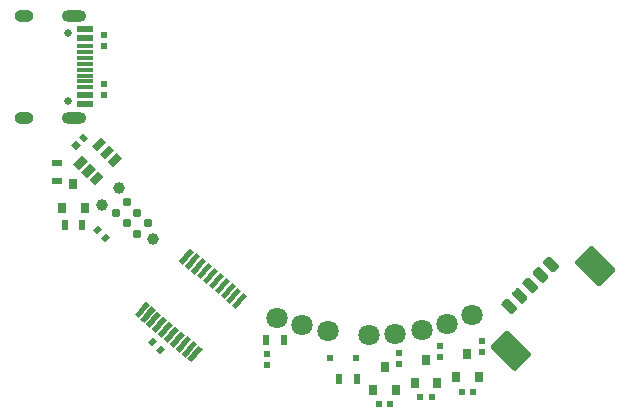
<source format=gbs>
G04 #@! TF.GenerationSoftware,KiCad,Pcbnew,5.1.5+dfsg1-2build2*
G04 #@! TF.CreationDate,2020-08-20T20:04:08+02:00*
G04 #@! TF.ProjectId,lensmount-v1,6c656e73-6d6f-4756-9e74-2d76312e6b69,rev?*
G04 #@! TF.SameCoordinates,Original*
G04 #@! TF.FileFunction,Soldermask,Bot*
G04 #@! TF.FilePolarity,Negative*
%FSLAX46Y46*%
G04 Gerber Fmt 4.6, Leading zero omitted, Abs format (unit mm)*
G04 Created by KiCad (PCBNEW 5.1.5+dfsg1-2build2) date 2020-08-20 20:04:08*
%MOMM*%
%LPD*%
G04 APERTURE LIST*
%ADD10C,0.100000*%
%ADD11R,0.800000X0.900000*%
%ADD12R,0.600000X0.500000*%
%ADD13R,0.500000X0.600000*%
%ADD14C,0.985520*%
%ADD15C,0.988060*%
%ADD16C,0.784860*%
%ADD17R,0.500000X0.500000*%
%ADD18R,0.600000X0.900000*%
%ADD19R,0.900000X0.600000*%
%ADD20R,1.450000X0.600000*%
%ADD21O,2.100000X1.000000*%
%ADD22O,1.600000X1.000000*%
%ADD23C,0.650000*%
%ADD24R,1.450000X0.300000*%
%ADD25C,1.800000*%
G04 APERTURE END LIST*
D10*
G36*
X76067140Y-107773241D02*
G01*
X76526759Y-108232860D01*
X75777226Y-108982393D01*
X75317607Y-108522774D01*
X76067140Y-107773241D01*
G37*
G36*
X75395388Y-107101490D02*
G01*
X75855007Y-107561109D01*
X75105474Y-108310642D01*
X74645855Y-107851023D01*
X75395388Y-107101490D01*
G37*
G36*
X76738891Y-108444993D02*
G01*
X77198510Y-108904612D01*
X76448977Y-109654145D01*
X75989358Y-109194526D01*
X76738891Y-108444993D01*
G37*
G36*
X78294526Y-106889358D02*
G01*
X78754145Y-107348977D01*
X78004612Y-108098510D01*
X77544993Y-107638891D01*
X78294526Y-106889358D01*
G37*
G36*
X77622774Y-106217607D02*
G01*
X78082393Y-106677226D01*
X77332860Y-107426759D01*
X76873241Y-106967140D01*
X77622774Y-106217607D01*
G37*
G36*
X76951023Y-105545855D02*
G01*
X77410642Y-106005474D01*
X76661109Y-106755007D01*
X76201490Y-106295388D01*
X76951023Y-105545855D01*
G37*
D11*
X74646447Y-109570711D03*
X73696447Y-111570711D03*
X75596447Y-111570711D03*
D12*
X91000000Y-124870000D03*
X91000000Y-123930000D03*
X109200000Y-122830000D03*
X109200000Y-123770000D03*
X102200000Y-123830000D03*
X102200000Y-124770000D03*
X105700000Y-123230000D03*
X105700000Y-124170000D03*
D13*
X107530000Y-127100000D03*
X108470000Y-127100000D03*
X100530000Y-128200000D03*
X101470000Y-128200000D03*
X104030000Y-127600000D03*
X104970000Y-127600000D03*
D12*
X77200000Y-97870000D03*
X77200000Y-96930000D03*
X77200000Y-101030000D03*
X77200000Y-101970000D03*
D11*
X108000000Y-123900000D03*
X107050000Y-125900000D03*
X108950000Y-125900000D03*
X101000000Y-125000000D03*
X100050000Y-127000000D03*
X101950000Y-127000000D03*
X104500000Y-124400000D03*
X103550000Y-126400000D03*
X105450000Y-126400000D03*
D14*
X77085528Y-111322369D03*
X78522369Y-109885528D03*
D15*
X81396051Y-114196051D03*
D16*
X79150987Y-111052962D03*
X78252962Y-111950987D03*
X80049013Y-111950987D03*
X79150987Y-112849013D03*
X80947038Y-112849013D03*
X80049013Y-113747038D03*
D10*
G36*
X111396077Y-121933184D02*
G01*
X111420346Y-121936784D01*
X111444144Y-121942745D01*
X111467244Y-121951010D01*
X111489422Y-121961500D01*
X111510466Y-121974113D01*
X111530171Y-121988727D01*
X111548350Y-122005203D01*
X113316117Y-123772970D01*
X113332593Y-123791149D01*
X113347207Y-123810854D01*
X113359820Y-123831898D01*
X113370310Y-123854076D01*
X113378575Y-123877176D01*
X113384536Y-123900974D01*
X113388136Y-123925243D01*
X113389340Y-123949747D01*
X113388136Y-123974251D01*
X113384536Y-123998520D01*
X113378575Y-124022318D01*
X113370310Y-124045418D01*
X113359820Y-124067596D01*
X113347207Y-124088640D01*
X113332593Y-124108345D01*
X113316117Y-124126524D01*
X112184746Y-125257895D01*
X112166567Y-125274371D01*
X112146862Y-125288985D01*
X112125818Y-125301598D01*
X112103640Y-125312088D01*
X112080540Y-125320353D01*
X112056742Y-125326314D01*
X112032473Y-125329914D01*
X112007969Y-125331118D01*
X111983465Y-125329914D01*
X111959196Y-125326314D01*
X111935398Y-125320353D01*
X111912298Y-125312088D01*
X111890120Y-125301598D01*
X111869076Y-125288985D01*
X111849371Y-125274371D01*
X111831192Y-125257895D01*
X110063425Y-123490128D01*
X110046949Y-123471949D01*
X110032335Y-123452244D01*
X110019722Y-123431200D01*
X110009232Y-123409022D01*
X110000967Y-123385922D01*
X109995006Y-123362124D01*
X109991406Y-123337855D01*
X109990202Y-123313351D01*
X109991406Y-123288847D01*
X109995006Y-123264578D01*
X110000967Y-123240780D01*
X110009232Y-123217680D01*
X110019722Y-123195502D01*
X110032335Y-123174458D01*
X110046949Y-123154753D01*
X110063425Y-123136574D01*
X111194796Y-122005203D01*
X111212975Y-121988727D01*
X111232680Y-121974113D01*
X111253724Y-121961500D01*
X111275902Y-121951010D01*
X111299002Y-121942745D01*
X111322800Y-121936784D01*
X111347069Y-121933184D01*
X111371573Y-121931980D01*
X111396077Y-121933184D01*
G37*
G36*
X118537855Y-114791406D02*
G01*
X118562124Y-114795006D01*
X118585922Y-114800967D01*
X118609022Y-114809232D01*
X118631200Y-114819722D01*
X118652244Y-114832335D01*
X118671949Y-114846949D01*
X118690128Y-114863425D01*
X120457895Y-116631192D01*
X120474371Y-116649371D01*
X120488985Y-116669076D01*
X120501598Y-116690120D01*
X120512088Y-116712298D01*
X120520353Y-116735398D01*
X120526314Y-116759196D01*
X120529914Y-116783465D01*
X120531118Y-116807969D01*
X120529914Y-116832473D01*
X120526314Y-116856742D01*
X120520353Y-116880540D01*
X120512088Y-116903640D01*
X120501598Y-116925818D01*
X120488985Y-116946862D01*
X120474371Y-116966567D01*
X120457895Y-116984746D01*
X119326524Y-118116117D01*
X119308345Y-118132593D01*
X119288640Y-118147207D01*
X119267596Y-118159820D01*
X119245418Y-118170310D01*
X119222318Y-118178575D01*
X119198520Y-118184536D01*
X119174251Y-118188136D01*
X119149747Y-118189340D01*
X119125243Y-118188136D01*
X119100974Y-118184536D01*
X119077176Y-118178575D01*
X119054076Y-118170310D01*
X119031898Y-118159820D01*
X119010854Y-118147207D01*
X118991149Y-118132593D01*
X118972970Y-118116117D01*
X117205203Y-116348350D01*
X117188727Y-116330171D01*
X117174113Y-116310466D01*
X117161500Y-116289422D01*
X117151010Y-116267244D01*
X117142745Y-116244144D01*
X117136784Y-116220346D01*
X117133184Y-116196077D01*
X117131980Y-116171573D01*
X117133184Y-116147069D01*
X117136784Y-116122800D01*
X117142745Y-116099002D01*
X117151010Y-116075902D01*
X117161500Y-116053724D01*
X117174113Y-116032680D01*
X117188727Y-116012975D01*
X117205203Y-115994796D01*
X118336574Y-114863425D01*
X118354753Y-114846949D01*
X118374458Y-114832335D01*
X118395502Y-114819722D01*
X118417680Y-114809232D01*
X118440780Y-114800967D01*
X118464578Y-114795006D01*
X118488847Y-114791406D01*
X118513351Y-114790202D01*
X118537855Y-114791406D01*
G37*
G36*
X111391176Y-119225227D02*
G01*
X111410591Y-119228107D01*
X111429630Y-119232876D01*
X111448110Y-119239488D01*
X111465852Y-119247880D01*
X111482687Y-119257970D01*
X111498452Y-119269662D01*
X111512994Y-119282843D01*
X112149390Y-119919239D01*
X112162571Y-119933781D01*
X112174263Y-119949546D01*
X112184353Y-119966381D01*
X112192745Y-119984123D01*
X112199357Y-120002603D01*
X112204126Y-120021642D01*
X112207006Y-120041057D01*
X112207969Y-120060660D01*
X112207006Y-120080263D01*
X112204126Y-120099678D01*
X112199357Y-120118717D01*
X112192745Y-120137197D01*
X112184353Y-120154939D01*
X112174263Y-120171774D01*
X112162571Y-120187539D01*
X112149390Y-120202081D01*
X111866548Y-120484923D01*
X111852006Y-120498104D01*
X111836241Y-120509796D01*
X111819406Y-120519886D01*
X111801664Y-120528278D01*
X111783184Y-120534890D01*
X111764145Y-120539659D01*
X111744730Y-120542539D01*
X111725127Y-120543502D01*
X111705524Y-120542539D01*
X111686109Y-120539659D01*
X111667070Y-120534890D01*
X111648590Y-120528278D01*
X111630848Y-120519886D01*
X111614013Y-120509796D01*
X111598248Y-120498104D01*
X111583706Y-120484923D01*
X110947310Y-119848527D01*
X110934129Y-119833985D01*
X110922437Y-119818220D01*
X110912347Y-119801385D01*
X110903955Y-119783643D01*
X110897343Y-119765163D01*
X110892574Y-119746124D01*
X110889694Y-119726709D01*
X110888731Y-119707106D01*
X110889694Y-119687503D01*
X110892574Y-119668088D01*
X110897343Y-119649049D01*
X110903955Y-119630569D01*
X110912347Y-119612827D01*
X110922437Y-119595992D01*
X110934129Y-119580227D01*
X110947310Y-119565685D01*
X111230152Y-119282843D01*
X111244694Y-119269662D01*
X111260459Y-119257970D01*
X111277294Y-119247880D01*
X111295036Y-119239488D01*
X111313516Y-119232876D01*
X111332555Y-119228107D01*
X111351970Y-119225227D01*
X111371573Y-119224264D01*
X111391176Y-119225227D01*
G37*
G36*
X112275059Y-118341344D02*
G01*
X112294474Y-118344224D01*
X112313513Y-118348993D01*
X112331993Y-118355605D01*
X112349735Y-118363997D01*
X112366570Y-118374087D01*
X112382335Y-118385779D01*
X112396877Y-118398960D01*
X113033273Y-119035356D01*
X113046454Y-119049898D01*
X113058146Y-119065663D01*
X113068236Y-119082498D01*
X113076628Y-119100240D01*
X113083240Y-119118720D01*
X113088009Y-119137759D01*
X113090889Y-119157174D01*
X113091852Y-119176777D01*
X113090889Y-119196380D01*
X113088009Y-119215795D01*
X113083240Y-119234834D01*
X113076628Y-119253314D01*
X113068236Y-119271056D01*
X113058146Y-119287891D01*
X113046454Y-119303656D01*
X113033273Y-119318198D01*
X112750431Y-119601040D01*
X112735889Y-119614221D01*
X112720124Y-119625913D01*
X112703289Y-119636003D01*
X112685547Y-119644395D01*
X112667067Y-119651007D01*
X112648028Y-119655776D01*
X112628613Y-119658656D01*
X112609010Y-119659619D01*
X112589407Y-119658656D01*
X112569992Y-119655776D01*
X112550953Y-119651007D01*
X112532473Y-119644395D01*
X112514731Y-119636003D01*
X112497896Y-119625913D01*
X112482131Y-119614221D01*
X112467589Y-119601040D01*
X111831193Y-118964644D01*
X111818012Y-118950102D01*
X111806320Y-118934337D01*
X111796230Y-118917502D01*
X111787838Y-118899760D01*
X111781226Y-118881280D01*
X111776457Y-118862241D01*
X111773577Y-118842826D01*
X111772614Y-118823223D01*
X111773577Y-118803620D01*
X111776457Y-118784205D01*
X111781226Y-118765166D01*
X111787838Y-118746686D01*
X111796230Y-118728944D01*
X111806320Y-118712109D01*
X111818012Y-118696344D01*
X111831193Y-118681802D01*
X112114035Y-118398960D01*
X112128577Y-118385779D01*
X112144342Y-118374087D01*
X112161177Y-118363997D01*
X112178919Y-118355605D01*
X112197399Y-118348993D01*
X112216438Y-118344224D01*
X112235853Y-118341344D01*
X112255456Y-118340381D01*
X112275059Y-118341344D01*
G37*
G36*
X113158943Y-117457461D02*
G01*
X113178358Y-117460341D01*
X113197397Y-117465110D01*
X113215877Y-117471722D01*
X113233619Y-117480114D01*
X113250454Y-117490204D01*
X113266219Y-117501896D01*
X113280761Y-117515077D01*
X113917157Y-118151473D01*
X113930338Y-118166015D01*
X113942030Y-118181780D01*
X113952120Y-118198615D01*
X113960512Y-118216357D01*
X113967124Y-118234837D01*
X113971893Y-118253876D01*
X113974773Y-118273291D01*
X113975736Y-118292894D01*
X113974773Y-118312497D01*
X113971893Y-118331912D01*
X113967124Y-118350951D01*
X113960512Y-118369431D01*
X113952120Y-118387173D01*
X113942030Y-118404008D01*
X113930338Y-118419773D01*
X113917157Y-118434315D01*
X113634315Y-118717157D01*
X113619773Y-118730338D01*
X113604008Y-118742030D01*
X113587173Y-118752120D01*
X113569431Y-118760512D01*
X113550951Y-118767124D01*
X113531912Y-118771893D01*
X113512497Y-118774773D01*
X113492894Y-118775736D01*
X113473291Y-118774773D01*
X113453876Y-118771893D01*
X113434837Y-118767124D01*
X113416357Y-118760512D01*
X113398615Y-118752120D01*
X113381780Y-118742030D01*
X113366015Y-118730338D01*
X113351473Y-118717157D01*
X112715077Y-118080761D01*
X112701896Y-118066219D01*
X112690204Y-118050454D01*
X112680114Y-118033619D01*
X112671722Y-118015877D01*
X112665110Y-117997397D01*
X112660341Y-117978358D01*
X112657461Y-117958943D01*
X112656498Y-117939340D01*
X112657461Y-117919737D01*
X112660341Y-117900322D01*
X112665110Y-117881283D01*
X112671722Y-117862803D01*
X112680114Y-117845061D01*
X112690204Y-117828226D01*
X112701896Y-117812461D01*
X112715077Y-117797919D01*
X112997919Y-117515077D01*
X113012461Y-117501896D01*
X113028226Y-117490204D01*
X113045061Y-117480114D01*
X113062803Y-117471722D01*
X113081283Y-117465110D01*
X113100322Y-117460341D01*
X113119737Y-117457461D01*
X113139340Y-117456498D01*
X113158943Y-117457461D01*
G37*
G36*
X114042826Y-116573577D02*
G01*
X114062241Y-116576457D01*
X114081280Y-116581226D01*
X114099760Y-116587838D01*
X114117502Y-116596230D01*
X114134337Y-116606320D01*
X114150102Y-116618012D01*
X114164644Y-116631193D01*
X114801040Y-117267589D01*
X114814221Y-117282131D01*
X114825913Y-117297896D01*
X114836003Y-117314731D01*
X114844395Y-117332473D01*
X114851007Y-117350953D01*
X114855776Y-117369992D01*
X114858656Y-117389407D01*
X114859619Y-117409010D01*
X114858656Y-117428613D01*
X114855776Y-117448028D01*
X114851007Y-117467067D01*
X114844395Y-117485547D01*
X114836003Y-117503289D01*
X114825913Y-117520124D01*
X114814221Y-117535889D01*
X114801040Y-117550431D01*
X114518198Y-117833273D01*
X114503656Y-117846454D01*
X114487891Y-117858146D01*
X114471056Y-117868236D01*
X114453314Y-117876628D01*
X114434834Y-117883240D01*
X114415795Y-117888009D01*
X114396380Y-117890889D01*
X114376777Y-117891852D01*
X114357174Y-117890889D01*
X114337759Y-117888009D01*
X114318720Y-117883240D01*
X114300240Y-117876628D01*
X114282498Y-117868236D01*
X114265663Y-117858146D01*
X114249898Y-117846454D01*
X114235356Y-117833273D01*
X113598960Y-117196877D01*
X113585779Y-117182335D01*
X113574087Y-117166570D01*
X113563997Y-117149735D01*
X113555605Y-117131993D01*
X113548993Y-117113513D01*
X113544224Y-117094474D01*
X113541344Y-117075059D01*
X113540381Y-117055456D01*
X113541344Y-117035853D01*
X113544224Y-117016438D01*
X113548993Y-116997399D01*
X113555605Y-116978919D01*
X113563997Y-116961177D01*
X113574087Y-116944342D01*
X113585779Y-116928577D01*
X113598960Y-116914035D01*
X113881802Y-116631193D01*
X113896344Y-116618012D01*
X113912109Y-116606320D01*
X113928944Y-116596230D01*
X113946686Y-116587838D01*
X113965166Y-116581226D01*
X113984205Y-116576457D01*
X114003620Y-116573577D01*
X114023223Y-116572614D01*
X114042826Y-116573577D01*
G37*
G36*
X114926709Y-115689694D02*
G01*
X114946124Y-115692574D01*
X114965163Y-115697343D01*
X114983643Y-115703955D01*
X115001385Y-115712347D01*
X115018220Y-115722437D01*
X115033985Y-115734129D01*
X115048527Y-115747310D01*
X115684923Y-116383706D01*
X115698104Y-116398248D01*
X115709796Y-116414013D01*
X115719886Y-116430848D01*
X115728278Y-116448590D01*
X115734890Y-116467070D01*
X115739659Y-116486109D01*
X115742539Y-116505524D01*
X115743502Y-116525127D01*
X115742539Y-116544730D01*
X115739659Y-116564145D01*
X115734890Y-116583184D01*
X115728278Y-116601664D01*
X115719886Y-116619406D01*
X115709796Y-116636241D01*
X115698104Y-116652006D01*
X115684923Y-116666548D01*
X115402081Y-116949390D01*
X115387539Y-116962571D01*
X115371774Y-116974263D01*
X115354939Y-116984353D01*
X115337197Y-116992745D01*
X115318717Y-116999357D01*
X115299678Y-117004126D01*
X115280263Y-117007006D01*
X115260660Y-117007969D01*
X115241057Y-117007006D01*
X115221642Y-117004126D01*
X115202603Y-116999357D01*
X115184123Y-116992745D01*
X115166381Y-116984353D01*
X115149546Y-116974263D01*
X115133781Y-116962571D01*
X115119239Y-116949390D01*
X114482843Y-116312994D01*
X114469662Y-116298452D01*
X114457970Y-116282687D01*
X114447880Y-116265852D01*
X114439488Y-116248110D01*
X114432876Y-116229630D01*
X114428107Y-116210591D01*
X114425227Y-116191176D01*
X114424264Y-116171573D01*
X114425227Y-116151970D01*
X114428107Y-116132555D01*
X114432876Y-116113516D01*
X114439488Y-116095036D01*
X114447880Y-116077294D01*
X114457970Y-116060459D01*
X114469662Y-116044694D01*
X114482843Y-116030152D01*
X114765685Y-115747310D01*
X114780227Y-115734129D01*
X114795992Y-115722437D01*
X114812827Y-115712347D01*
X114830569Y-115703955D01*
X114849049Y-115697343D01*
X114868088Y-115692574D01*
X114887503Y-115689694D01*
X114907106Y-115688731D01*
X114926709Y-115689694D01*
G37*
D17*
X96400000Y-124300000D03*
X98600000Y-124300000D03*
D18*
X97150000Y-126000000D03*
X98650000Y-126000000D03*
X92450000Y-122700000D03*
X90950000Y-122700000D03*
D10*
G36*
X75567695Y-105956569D02*
G01*
X75143431Y-105532305D01*
X75496985Y-105178751D01*
X75921249Y-105603015D01*
X75567695Y-105956569D01*
G37*
G36*
X74903015Y-106621249D02*
G01*
X74478751Y-106196985D01*
X74832305Y-105843431D01*
X75256569Y-106267695D01*
X74903015Y-106621249D01*
G37*
D18*
X75396447Y-112974874D03*
X73896447Y-112974874D03*
D19*
X73300000Y-109250000D03*
X73300000Y-107750000D03*
D10*
G36*
X77056569Y-113382305D02*
G01*
X76632305Y-113806569D01*
X76278751Y-113453015D01*
X76703015Y-113028751D01*
X77056569Y-113382305D01*
G37*
G36*
X77721249Y-114046985D02*
G01*
X77296985Y-114471249D01*
X76943431Y-114117695D01*
X77367695Y-113693431D01*
X77721249Y-114046985D01*
G37*
G36*
X81643431Y-123567695D02*
G01*
X82067695Y-123143431D01*
X82421249Y-123496985D01*
X81996985Y-123921249D01*
X81643431Y-123567695D01*
G37*
G36*
X80978751Y-122903015D02*
G01*
X81403015Y-122478751D01*
X81756569Y-122832305D01*
X81332305Y-123256569D01*
X80978751Y-122903015D01*
G37*
D20*
X75600000Y-102000000D03*
X75600000Y-97200000D03*
X75600000Y-96400000D03*
X75600000Y-102800000D03*
D21*
X74685000Y-103920000D03*
X74685000Y-95280000D03*
D22*
X70505000Y-103920000D03*
X70505000Y-95280000D03*
D23*
X74155000Y-96710000D03*
X74155000Y-102490000D03*
D20*
X75600000Y-96400000D03*
X75600000Y-97200000D03*
D24*
X75600000Y-97850000D03*
X75600000Y-98350000D03*
X75600000Y-98850000D03*
X75600000Y-99350000D03*
X75600000Y-99850000D03*
X75600000Y-100350000D03*
X75600000Y-100850000D03*
X75600000Y-101350000D03*
D20*
X75600000Y-102000000D03*
X75600000Y-102800000D03*
D10*
G36*
X80756758Y-119479668D02*
G01*
X81101478Y-119768922D01*
X80169436Y-120879686D01*
X79824716Y-120590432D01*
X80756758Y-119479668D01*
G37*
G36*
X81254686Y-119897480D02*
G01*
X81599406Y-120186734D01*
X80667364Y-121297498D01*
X80322644Y-121008244D01*
X81254686Y-119897480D01*
G37*
G36*
X81752615Y-120315292D02*
G01*
X82097335Y-120604546D01*
X81165293Y-121715310D01*
X80820573Y-121426056D01*
X81752615Y-120315292D01*
G37*
G36*
X82250544Y-120733104D02*
G01*
X82595264Y-121022358D01*
X81663222Y-122133122D01*
X81318502Y-121843868D01*
X82250544Y-120733104D01*
G37*
G36*
X82748473Y-121150916D02*
G01*
X83093193Y-121440170D01*
X82161151Y-122550934D01*
X81816431Y-122261680D01*
X82748473Y-121150916D01*
G37*
G36*
X83246402Y-121568728D02*
G01*
X83591122Y-121857982D01*
X82659080Y-122968746D01*
X82314360Y-122679492D01*
X83246402Y-121568728D01*
G37*
G36*
X83744331Y-121986540D02*
G01*
X84089051Y-122275794D01*
X83157009Y-123386558D01*
X82812289Y-123097304D01*
X83744331Y-121986540D01*
G37*
G36*
X84242260Y-122404352D02*
G01*
X84586980Y-122693606D01*
X83654938Y-123804370D01*
X83310218Y-123515116D01*
X84242260Y-122404352D01*
G37*
G36*
X84740189Y-122822164D02*
G01*
X85084909Y-123111418D01*
X84152867Y-124222182D01*
X83808147Y-123932928D01*
X84740189Y-122822164D01*
G37*
G36*
X85238118Y-123239976D02*
G01*
X85582838Y-123529230D01*
X84650796Y-124639994D01*
X84306076Y-124350740D01*
X85238118Y-123239976D01*
G37*
G36*
X89030564Y-118720314D02*
G01*
X89375284Y-119009568D01*
X88443242Y-120120332D01*
X88098522Y-119831078D01*
X89030564Y-118720314D01*
G37*
G36*
X88532636Y-118302502D02*
G01*
X88877356Y-118591756D01*
X87945314Y-119702520D01*
X87600594Y-119413266D01*
X88532636Y-118302502D01*
G37*
G36*
X88034707Y-117884690D02*
G01*
X88379427Y-118173944D01*
X87447385Y-119284708D01*
X87102665Y-118995454D01*
X88034707Y-117884690D01*
G37*
G36*
X87536778Y-117466878D02*
G01*
X87881498Y-117756132D01*
X86949456Y-118866896D01*
X86604736Y-118577642D01*
X87536778Y-117466878D01*
G37*
G36*
X87038849Y-117049066D02*
G01*
X87383569Y-117338320D01*
X86451527Y-118449084D01*
X86106807Y-118159830D01*
X87038849Y-117049066D01*
G37*
G36*
X86540920Y-116631254D02*
G01*
X86885640Y-116920508D01*
X85953598Y-118031272D01*
X85608878Y-117742018D01*
X86540920Y-116631254D01*
G37*
G36*
X86042991Y-116213442D02*
G01*
X86387711Y-116502696D01*
X85455669Y-117613460D01*
X85110949Y-117324206D01*
X86042991Y-116213442D01*
G37*
G36*
X85545062Y-115795630D02*
G01*
X85889782Y-116084884D01*
X84957740Y-117195648D01*
X84613020Y-116906394D01*
X85545062Y-115795630D01*
G37*
G36*
X85047133Y-115377818D02*
G01*
X85391853Y-115667072D01*
X84459811Y-116777836D01*
X84115091Y-116488582D01*
X85047133Y-115377818D01*
G37*
G36*
X84549204Y-114960006D02*
G01*
X84893924Y-115249260D01*
X83961882Y-116360024D01*
X83617162Y-116070770D01*
X84549204Y-114960006D01*
G37*
D25*
X101900000Y-122200000D03*
X104125000Y-121875000D03*
X99700000Y-122325000D03*
X106275000Y-121400000D03*
X96175000Y-122000000D03*
X108425000Y-120650000D03*
X94000000Y-121500000D03*
X91900000Y-120850000D03*
M02*

</source>
